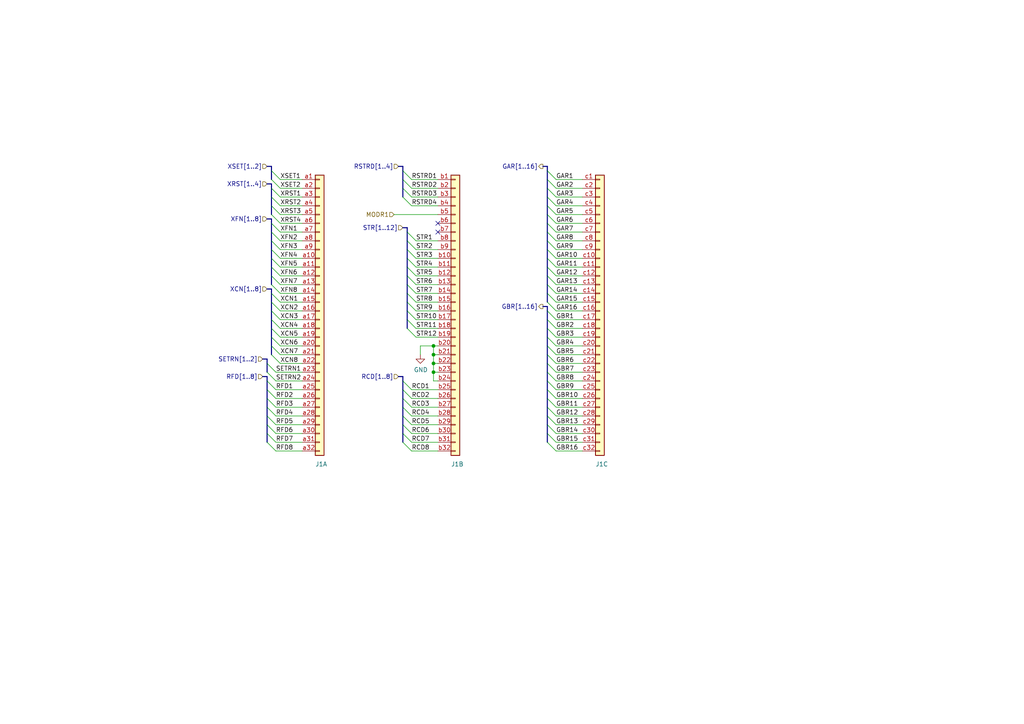
<source format=kicad_sch>
(kicad_sch (version 20211123) (generator eeschema)
  (paper "A4")
  (lib_symbols
    (symbol "lachesis:DIN41612_03x32_C" (pin_names (offset 1.016) hide)
      (property "Reference" "J" (at 0 30.48 0))
      (property "Value" "DIN41612_03x32_C" (at 0 -53.34 0))
      (symbol "DIN41612_03x32_C_0_1"
        (rectangle (start -1.27 29.21) (end 1.27 -52.07) (stroke (width 0.254)) (fill (type background)))
      )
      (symbol "DIN41612_03x32_C_1_1"
        (rectangle (start -1.27 -50.673) (end 0 -50.927) (stroke (width 0.1524)))
        (rectangle (start -1.27 -48.133) (end 0 -48.387) (stroke (width 0.1524)))
        (rectangle (start -1.27 -45.593) (end 0 -45.847) (stroke (width 0.1524)))
        (rectangle (start -1.27 -43.053) (end 0 -43.307) (stroke (width 0.1524)))
        (rectangle (start -1.27 -40.513) (end 0 -40.767) (stroke (width 0.1524)))
        (rectangle (start -1.27 -37.973) (end 0 -38.227) (stroke (width 0.1524)))
        (rectangle (start -1.27 -35.433) (end 0 -35.687) (stroke (width 0.1524)))
        (rectangle (start -1.27 -32.893) (end 0 -33.147) (stroke (width 0.1524)))
        (rectangle (start -1.27 -30.353) (end 0 -30.607) (stroke (width 0.1524)))
        (rectangle (start -1.27 -27.813) (end 0 -28.067) (stroke (width 0.1524)))
        (rectangle (start -1.27 -25.273) (end 0 -25.527) (stroke (width 0.1524)))
        (rectangle (start -1.27 -22.733) (end 0 -22.987) (stroke (width 0.1524)))
        (rectangle (start -1.27 -20.193) (end 0 -20.447) (stroke (width 0.1524)))
        (rectangle (start -1.27 -17.653) (end 0 -17.907) (stroke (width 0.1524)))
        (rectangle (start -1.27 -15.113) (end 0 -15.367) (stroke (width 0.1524)))
        (rectangle (start -1.27 -12.573) (end 0 -12.827) (stroke (width 0.1524)))
        (rectangle (start -1.27 -10.033) (end 0 -10.287) (stroke (width 0.1524)))
        (rectangle (start -1.27 -7.493) (end 0 -7.747) (stroke (width 0.1524)))
        (rectangle (start -1.27 -4.953) (end 0 -5.207) (stroke (width 0.1524)))
        (rectangle (start -1.27 -2.413) (end 0 -2.667) (stroke (width 0.1524)))
        (rectangle (start -1.27 0.127) (end 0 -0.127) (stroke (width 0.1524)))
        (rectangle (start -1.27 2.667) (end 0 2.413) (stroke (width 0.1524)))
        (rectangle (start -1.27 5.207) (end 0 4.953) (stroke (width 0.1524)))
        (rectangle (start -1.27 7.747) (end 0 7.493) (stroke (width 0.1524)))
        (rectangle (start -1.27 10.287) (end 0 10.033) (stroke (width 0.1524)))
        (rectangle (start -1.27 12.827) (end 0 12.573) (stroke (width 0.1524)))
        (rectangle (start -1.27 15.367) (end 0 15.113) (stroke (width 0.1524)))
        (rectangle (start -1.27 17.907) (end 0 17.653) (stroke (width 0.1524)))
        (rectangle (start -1.27 20.447) (end 0 20.193) (stroke (width 0.1524)))
        (rectangle (start -1.27 22.987) (end 0 22.733) (stroke (width 0.1524)))
        (rectangle (start -1.27 25.527) (end 0 25.273) (stroke (width 0.1524)))
        (rectangle (start -1.27 28.067) (end 0 27.813) (stroke (width 0.1524)))
        (pin passive line (at -5.08 27.94 0) (length 3.81) (name "~") (number "a1"))
        (pin passive line (at -5.08 5.08 0) (length 3.81) (name "~") (number "a10"))
        (pin passive line (at -5.08 2.54 0) (length 3.81) (name "~") (number "a11"))
        (pin passive line (at -5.08 0 0) (length 3.81) (name "~") (number "a12"))
        (pin passive line (at -5.08 -2.54 0) (length 3.81) (name "~") (number "a13"))
        (pin passive line (at -5.08 -5.08 0) (length 3.81) (name "~") (number "a14"))
        (pin passive line (at -5.08 -7.62 0) (length 3.81) (name "~") (number "a15"))
        (pin passive line (at -5.08 -10.16 0) (length 3.81) (name "~") (number "a16"))
        (pin passive line (at -5.08 -12.7 0) (length 3.81) (name "~") (number "a17"))
        (pin passive line (at -5.08 -15.24 0) (length 3.81) (name "~") (number "a18"))
        (pin passive line (at -5.08 -17.78 0) (length 3.81) (name "~") (number "a19"))
        (pin passive line (at -5.08 25.4 0) (length 3.81) (name "~") (number "a2"))
        (pin passive line (at -5.08 -20.32 0) (length 3.81) (name "~") (number "a20"))
        (pin passive line (at -5.08 -22.86 0) (length 3.81) (name "~") (number "a21"))
        (pin passive line (at -5.08 -25.4 0) (length 3.81) (name "~") (number "a22"))
        (pin passive line (at -5.08 -27.94 0) (length 3.81) (name "~") (number "a23"))
        (pin passive line (at -5.08 -30.48 0) (length 3.81) (name "~") (number "a24"))
        (pin passive line (at -5.08 -33.02 0) (length 3.81) (name "~") (number "a25"))
        (pin passive line (at -5.08 -35.56 0) (length 3.81) (name "~") (number "a26"))
        (pin passive line (at -5.08 -38.1 0) (length 3.81) (name "~") (number "a27"))
        (pin passive line (at -5.08 -40.64 0) (length 3.81) (name "~") (number "a28"))
        (pin passive line (at -5.08 -43.18 0) (length 3.81) (name "~") (number "a29"))
        (pin passive line (at -5.08 22.86 0) (length 3.81) (name "~") (number "a3"))
        (pin passive line (at -5.08 -45.72 0) (length 3.81) (name "~") (number "a30"))
        (pin passive line (at -5.08 -48.26 0) (length 3.81) (name "~") (number "a31"))
        (pin passive line (at -5.08 -50.8 0) (length 3.81) (name "~") (number "a32"))
        (pin passive line (at -5.08 20.32 0) (length 3.81) (name "~") (number "a4"))
        (pin passive line (at -5.08 17.78 0) (length 3.81) (name "~") (number "a5"))
        (pin passive line (at -5.08 15.24 0) (length 3.81) (name "~") (number "a6"))
        (pin passive line (at -5.08 12.7 0) (length 3.81) (name "~") (number "a7"))
        (pin passive line (at -5.08 10.16 0) (length 3.81) (name "~") (number "a8"))
        (pin passive line (at -5.08 7.62 0) (length 3.81) (name "~") (number "a9"))
      )
      (symbol "DIN41612_03x32_C_2_1"
        (rectangle (start -1.27 -50.673) (end 0 -50.927) (stroke (width 0.1524)))
        (rectangle (start -1.27 -48.133) (end 0 -48.387) (stroke (width 0.1524)))
        (rectangle (start -1.27 -45.593) (end 0 -45.847) (stroke (width 0.1524)))
        (rectangle (start -1.27 -43.053) (end 0 -43.307) (stroke (width 0.1524)))
        (rectangle (start -1.27 -40.513) (end 0 -40.767) (stroke (width 0.1524)))
        (rectangle (start -1.27 -37.973) (end 0 -38.227) (stroke (width 0.1524)))
        (rectangle (start -1.27 -35.433) (end 0 -35.687) (stroke (width 0.1524)))
        (rectangle (start -1.27 -32.893) (end 0 -33.147) (stroke (width 0.1524)))
        (rectangle (start -1.27 -30.353) (end 0 -30.607) (stroke (width 0.1524)))
        (rectangle (start -1.27 -27.813) (end 0 -28.067) (stroke (width 0.1524)))
        (rectangle (start -1.27 -25.273) (end 0 -25.527) (stroke (width 0.1524)))
        (rectangle (start -1.27 -22.733) (end 0 -22.987) (stroke (width 0.1524)))
        (rectangle (start -1.27 -20.193) (end 0 -20.447) (stroke (width 0.1524)))
        (rectangle (start -1.27 -17.653) (end 0 -17.907) (stroke (width 0.1524)))
        (rectangle (start -1.27 -15.113) (end 0 -15.367) (stroke (width 0.1524)))
        (rectangle (start -1.27 -12.573) (end 0 -12.827) (stroke (width 0.1524)))
        (rectangle (start -1.27 -10.033) (end 0 -10.287) (stroke (width 0.1524)))
        (rectangle (start -1.27 -7.493) (end 0 -7.747) (stroke (width 0.1524)))
        (rectangle (start -1.27 -4.953) (end 0 -5.207) (stroke (width 0.1524)))
        (rectangle (start -1.27 -2.413) (end 0 -2.667) (stroke (width 0.1524)))
        (rectangle (start -1.27 0.127) (end 0 -0.127) (stroke (width 0.1524)))
        (rectangle (start -1.27 2.667) (end 0 2.413) (stroke (width 0.1524)))
        (rectangle (start -1.27 5.207) (end 0 4.953) (stroke (width 0.1524)))
        (rectangle (start -1.27 7.747) (end 0 7.493) (stroke (width 0.1524)))
        (rectangle (start -1.27 10.287) (end 0 10.033) (stroke (width 0.1524)))
        (rectangle (start -1.27 12.827) (end 0 12.573) (stroke (width 0.1524)))
        (rectangle (start -1.27 15.367) (end 0 15.113) (stroke (width 0.1524)))
        (rectangle (start -1.27 17.907) (end 0 17.653) (stroke (width 0.1524)))
        (rectangle (start -1.27 20.447) (end 0 20.193) (stroke (width 0.1524)))
        (rectangle (start -1.27 22.987) (end 0 22.733) (stroke (width 0.1524)))
        (rectangle (start -1.27 25.527) (end 0 25.273) (stroke (width 0.1524)))
        (rectangle (start -1.27 28.067) (end 0 27.813) (stroke (width 0.1524)))
        (pin passive line (at -5.08 27.94 0) (length 3.81) (name "~") (number "b1"))
        (pin passive line (at -5.08 5.08 0) (length 3.81) (name "~") (number "b10"))
        (pin passive line (at -5.08 2.54 0) (length 3.81) (name "~") (number "b11"))
        (pin passive line (at -5.08 0 0) (length 3.81) (name "~") (number "b12"))
        (pin passive line (at -5.08 -2.54 0) (length 3.81) (name "~") (number "b13"))
        (pin passive line (at -5.08 -5.08 0) (length 3.81) (name "~") (number "b14"))
        (pin passive line (at -5.08 -7.62 0) (length 3.81) (name "~") (number "b15"))
        (pin passive line (at -5.08 -10.16 0) (length 3.81) (name "~") (number "b16"))
        (pin passive line (at -5.08 -12.7 0) (length 3.81) (name "~") (number "b17"))
        (pin passive line (at -5.08 -15.24 0) (length 3.81) (name "~") (number "b18"))
        (pin passive line (at -5.08 -17.78 0) (length 3.81) (name "~") (number "b19"))
        (pin passive line (at -5.08 25.4 0) (length 3.81) (name "~") (number "b2"))
        (pin passive line (at -5.08 -20.32 0) (length 3.81) (name "~") (number "b20"))
        (pin passive line (at -5.08 -22.86 0) (length 3.81) (name "~") (number "b21"))
        (pin passive line (at -5.08 -25.4 0) (length 3.81) (name "~") (number "b22"))
        (pin passive line (at -5.08 -27.94 0) (length 3.81) (name "~") (number "b23"))
        (pin passive line (at -5.08 -30.48 0) (length 3.81) (name "~") (number "b24"))
        (pin passive line (at -5.08 -33.02 0) (length 3.81) (name "~") (number "b25"))
        (pin passive line (at -5.08 -35.56 0) (length 3.81) (name "~") (number "b26"))
        (pin passive line (at -5.08 -38.1 0) (length 3.81) (name "~") (number "b27"))
        (pin passive line (at -5.08 -40.64 0) (length 3.81) (name "~") (number "b28"))
        (pin passive line (at -5.08 -43.18 0) (length 3.81) (name "~") (number "b29"))
        (pin passive line (at -5.08 22.86 0) (length 3.81) (name "~") (number "b3"))
        (pin passive line (at -5.08 -45.72 0) (length 3.81) (name "~") (number "b30"))
        (pin passive line (at -5.08 -48.26 0) (length 3.81) (name "~") (number "b31"))
        (pin passive line (at -5.08 -50.8 0) (length 3.81) (name "~") (number "b32"))
        (pin passive line (at -5.08 20.32 0) (length 3.81) (name "~") (number "b4"))
        (pin passive line (at -5.08 17.78 0) (length 3.81) (name "~") (number "b5"))
        (pin passive line (at -5.08 15.24 0) (length 3.81) (name "~") (number "b6"))
        (pin passive line (at -5.08 12.7 0) (length 3.81) (name "~") (number "b7"))
        (pin passive line (at -5.08 10.16 0) (length 3.81) (name "~") (number "b8"))
        (pin passive line (at -5.08 7.62 0) (length 3.81) (name "~") (number "b9"))
      )
      (symbol "DIN41612_03x32_C_3_1"
        (rectangle (start -1.27 -50.673) (end 0 -50.927) (stroke (width 0.1524)))
        (rectangle (start -1.27 -48.133) (end 0 -48.387) (stroke (width 0.1524)))
        (rectangle (start -1.27 -45.593) (end 0 -45.847) (stroke (width 0.1524)))
        (rectangle (start -1.27 -43.053) (end 0 -43.307) (stroke (width 0.1524)))
        (rectangle (start -1.27 -40.513) (end 0 -40.767) (stroke (width 0.1524)))
        (rectangle (start -1.27 -37.973) (end 0 -38.227) (stroke (width 0.1524)))
        (rectangle (start -1.27 -35.433) (end 0 -35.687) (stroke (width 0.1524)))
        (rectangle (start -1.27 -32.893) (end 0 -33.147) (stroke (width 0.1524)))
        (rectangle (start -1.27 -30.353) (end 0 -30.607) (stroke (width 0.1524)))
        (rectangle (start -1.27 -27.813) (end 0 -28.067) (stroke (width 0.1524)))
        (rectangle (start -1.27 -25.273) (end 0 -25.527) (stroke (width 0.1524)))
        (rectangle (start -1.27 -22.733) (end 0 -22.987) (stroke (width 0.1524)))
        (rectangle (start -1.27 -20.193) (end 0 -20.447) (stroke (width 0.1524)))
        (rectangle (start -1.27 -17.653) (end 0 -17.907) (stroke (width 0.1524)))
        (rectangle (start -1.27 -15.113) (end 0 -15.367) (stroke (width 0.1524)))
        (rectangle (start -1.27 -12.573) (end 0 -12.827) (stroke (width 0.1524)))
        (rectangle (start -1.27 -10.033) (end 0 -10.287) (stroke (width 0.1524)))
        (rectangle (start -1.27 -7.493) (end 0 -7.747) (stroke (width 0.1524)))
        (rectangle (start -1.27 -4.953) (end 0 -5.207) (stroke (width 0.1524)))
        (rectangle (start -1.27 -2.413) (end 0 -2.667) (stroke (width 0.1524)))
        (rectangle (start -1.27 0.127) (end 0 -0.127) (stroke (width 0.1524)))
        (rectangle (start -1.27 2.667) (end 0 2.413) (stroke (width 0.1524)))
        (rectangle (start -1.27 5.207) (end 0 4.953) (stroke (width 0.1524)))
        (rectangle (start -1.27 7.747) (end 0 7.493) (stroke (width 0.1524)))
        (rectangle (start -1.27 10.287) (end 0 10.033) (stroke (width 0.1524)))
        (rectangle (start -1.27 12.827) (end 0 12.573) (stroke (width 0.1524)))
        (rectangle (start -1.27 15.367) (end 0 15.113) (stroke (width 0.1524)))
        (rectangle (start -1.27 17.907) (end 0 17.653) (stroke (width 0.1524)))
        (rectangle (start -1.27 20.447) (end 0 20.193) (stroke (width 0.1524)))
        (rectangle (start -1.27 22.987) (end 0 22.733) (stroke (width 0.1524)))
        (rectangle (start -1.27 25.527) (end 0 25.273) (stroke (width 0.1524)))
        (rectangle (start -1.27 28.067) (end 0 27.813) (stroke (width 0.1524)))
        (pin passive line (at -5.08 27.94 0) (length 3.81) (name "~") (number "c1"))
        (pin passive line (at -5.08 5.08 0) (length 3.81) (name "~") (number "c10"))
        (pin passive line (at -5.08 2.54 0) (length 3.81) (name "~") (number "c11"))
        (pin passive line (at -5.08 0 0) (length 3.81) (name "~") (number "c12"))
        (pin passive line (at -5.08 -2.54 0) (length 3.81) (name "~") (number "c13"))
        (pin passive line (at -5.08 -5.08 0) (length 3.81) (name "~") (number "c14"))
        (pin passive line (at -5.08 -7.62 0) (length 3.81) (name "~") (number "c15"))
        (pin passive line (at -5.08 -10.16 0) (length 3.81) (name "~") (number "c16"))
        (pin passive line (at -5.08 -12.7 0) (length 3.81) (name "~") (number "c17"))
        (pin passive line (at -5.08 -15.24 0) (length 3.81) (name "~") (number "c18"))
        (pin passive line (at -5.08 -17.78 0) (length 3.81) (name "~") (number "c19"))
        (pin passive line (at -5.08 25.4 0) (length 3.81) (name "~") (number "c2"))
        (pin passive line (at -5.08 -20.32 0) (length 3.81) (name "~") (number "c20"))
        (pin passive line (at -5.08 -22.86 0) (length 3.81) (name "~") (number "c21"))
        (pin passive line (at -5.08 -25.4 0) (length 3.81) (name "~") (number "c22"))
        (pin passive line (at -5.08 -27.94 0) (length 3.81) (name "~") (number "c23"))
        (pin passive line (at -5.08 -30.48 0) (length 3.81) (name "~") (number "c24"))
        (pin passive line (at -5.08 -33.02 0) (length 3.81) (name "~") (number "c25"))
        (pin passive line (at -5.08 -35.56 0) (length 3.81) (name "~") (number "c26"))
        (pin passive line (at -5.08 -38.1 0) (length 3.81) (name "~") (number "c27"))
        (pin passive line (at -5.08 -40.64 0) (length 3.81) (name "~") (number "c28"))
        (pin passive line (at -5.08 -43.18 0) (length 3.81) (name "~") (number "c29"))
        (pin passive line (at -5.08 22.86 0) (length 3.81) (name "~") (number "c3"))
        (pin passive line (at -5.08 -45.72 0) (length 3.81) (name "~") (number "c30"))
        (pin passive line (at -5.08 -48.26 0) (length 3.81) (name "~") (number "c31"))
        (pin passive line (at -5.08 -50.8 0) (length 3.81) (name "~") (number "c32"))
        (pin passive line (at -5.08 20.32 0) (length 3.81) (name "~") (number "c4"))
        (pin passive line (at -5.08 17.78 0) (length 3.81) (name "~") (number "c5"))
        (pin passive line (at -5.08 15.24 0) (length 3.81) (name "~") (number "c6"))
        (pin passive line (at -5.08 12.7 0) (length 3.81) (name "~") (number "c7"))
        (pin passive line (at -5.08 10.16 0) (length 3.81) (name "~") (number "c8"))
        (pin passive line (at -5.08 7.62 0) (length 3.81) (name "~") (number "c9"))
      )
    )
    (symbol "power:GND" (power) (pin_names (offset 0))
      (property "Value" "GND" (at 0 -3.81 0))
      (symbol "GND_0_1"
        (polyline (pts (xy 0 0) (xy 0 -1.27) (xy 1.27 -1.27) (xy 0 -2.54) (xy -1.27 -1.27) (xy 0 -1.27)))
      )
      (symbol "GND_1_1"
        (pin power_in line (at 0 0 270) (length 0) hide (name "GND") (number "1"))
      )
    )
  )
  (junction (at 125.73 107.95))
  (junction (at 125.73 102.87))
  (junction (at 125.73 105.41))
  (junction (at 125.73 100.33))
  (no_connect (at 127 64.77))
  (no_connect (at 127 67.31))
  (bus_entry (at 116.84 125.73) (size 2.54 2.54))
  (bus_entry (at 78.74 77.47) (size 2.54 2.54))
  (bus_entry (at 116.84 123.19) (size 2.54 2.54))
  (bus_entry (at 118.11 69.85) (size 2.54 2.54))
  (bus_entry (at 116.84 110.49) (size 2.54 2.54))
  (bus_entry (at 78.74 54.61) (size 2.54 2.54))
  (bus_entry (at 116.84 54.61) (size 2.54 2.54))
  (bus_entry (at 78.74 72.39) (size 2.54 2.54))
  (bus_entry (at 78.74 82.55) (size 2.54 2.54))
  (bus_entry (at 78.74 85.09) (size 2.54 2.54))
  (bus_entry (at 118.11 85.09) (size 2.54 2.54))
  (bus_entry (at 158.75 125.73) (size 2.54 2.54))
  (bus_entry (at 77.47 115.57) (size 2.54 2.54))
  (bus_entry (at 118.11 67.31) (size 2.54 2.54))
  (bus_entry (at 77.47 113.03) (size 2.54 2.54))
  (bus_entry (at 77.47 120.65) (size 2.54 2.54))
  (bus_entry (at 118.11 72.39) (size 2.54 2.54))
  (bus_entry (at 78.74 92.71) (size 2.54 2.54))
  (bus_entry (at 158.75 113.03) (size 2.54 2.54))
  (bus_entry (at 78.74 100.33) (size 2.54 2.54))
  (bus_entry (at 158.75 69.85) (size 2.54 2.54))
  (bus_entry (at 158.75 52.07) (size 2.54 2.54))
  (bus_entry (at 78.74 69.85) (size 2.54 2.54))
  (bus_entry (at 118.11 80.01) (size 2.54 2.54))
  (bus_entry (at 78.74 64.77) (size 2.54 2.54))
  (bus_entry (at 77.47 105.41) (size 2.54 2.54))
  (bus_entry (at 77.47 118.11) (size 2.54 2.54))
  (bus_entry (at 118.11 74.93) (size 2.54 2.54))
  (bus_entry (at 158.75 72.39) (size 2.54 2.54))
  (bus_entry (at 78.74 97.79) (size 2.54 2.54))
  (bus_entry (at 158.75 80.01) (size 2.54 2.54))
  (bus_entry (at 118.11 95.25) (size 2.54 2.54))
  (bus_entry (at 118.11 87.63) (size 2.54 2.54))
  (bus_entry (at 158.75 77.47) (size 2.54 2.54))
  (bus_entry (at 77.47 123.19) (size 2.54 2.54))
  (bus_entry (at 158.75 54.61) (size 2.54 2.54))
  (bus_entry (at 78.74 95.25) (size 2.54 2.54))
  (bus_entry (at 158.75 64.77) (size 2.54 2.54))
  (bus_entry (at 78.74 74.93) (size 2.54 2.54))
  (bus_entry (at 158.75 92.71) (size 2.54 2.54))
  (bus_entry (at 158.75 87.63) (size 2.54 2.54))
  (bus_entry (at 118.11 90.17) (size 2.54 2.54))
  (bus_entry (at 158.75 107.95) (size 2.54 2.54))
  (bus_entry (at 116.84 49.53) (size 2.54 2.54))
  (bus_entry (at 116.84 115.57) (size 2.54 2.54))
  (bus_entry (at 78.74 90.17) (size 2.54 2.54))
  (bus_entry (at 77.47 107.95) (size 2.54 2.54))
  (bus_entry (at 77.47 125.73) (size 2.54 2.54))
  (bus_entry (at 78.74 102.87) (size 2.54 2.54))
  (bus_entry (at 118.11 92.71) (size 2.54 2.54))
  (bus_entry (at 118.11 77.47) (size 2.54 2.54))
  (bus_entry (at 78.74 87.63) (size 2.54 2.54))
  (bus_entry (at 116.84 57.15) (size 2.54 2.54))
  (bus_entry (at 158.75 105.41) (size 2.54 2.54))
  (bus_entry (at 158.75 118.11) (size 2.54 2.54))
  (bus_entry (at 78.74 67.31) (size 2.54 2.54))
  (bus_entry (at 158.75 49.53) (size 2.54 2.54))
  (bus_entry (at 158.75 97.79) (size 2.54 2.54))
  (bus_entry (at 78.74 62.23) (size 2.54 2.54))
  (bus_entry (at 77.47 110.49) (size 2.54 2.54))
  (bus_entry (at 78.74 57.15) (size 2.54 2.54))
  (bus_entry (at 158.75 62.23) (size 2.54 2.54))
  (bus_entry (at 158.75 59.69) (size 2.54 2.54))
  (bus_entry (at 158.75 85.09) (size 2.54 2.54))
  (bus_entry (at 158.75 123.19) (size 2.54 2.54))
  (bus_entry (at 116.84 128.27) (size 2.54 2.54))
  (bus_entry (at 78.74 59.69) (size 2.54 2.54))
  (bus_entry (at 158.75 100.33) (size 2.54 2.54))
  (bus_entry (at 116.84 120.65) (size 2.54 2.54))
  (bus_entry (at 158.75 128.27) (size 2.54 2.54))
  (bus_entry (at 78.74 49.53) (size 2.54 2.54))
  (bus_entry (at 158.75 90.17) (size 2.54 2.54))
  (bus_entry (at 158.75 120.65) (size 2.54 2.54))
  (bus_entry (at 116.84 113.03) (size 2.54 2.54))
  (bus_entry (at 116.84 118.11) (size 2.54 2.54))
  (bus_entry (at 77.47 128.27) (size 2.54 2.54))
  (bus_entry (at 158.75 74.93) (size 2.54 2.54))
  (bus_entry (at 158.75 67.31) (size 2.54 2.54))
  (bus_entry (at 158.75 57.15) (size 2.54 2.54))
  (bus_entry (at 78.74 80.01) (size 2.54 2.54))
  (bus_entry (at 158.75 102.87) (size 2.54 2.54))
  (bus_entry (at 116.84 52.07) (size 2.54 2.54))
  (bus_entry (at 158.75 95.25) (size 2.54 2.54))
  (bus_entry (at 158.75 110.49) (size 2.54 2.54))
  (bus_entry (at 78.74 52.07) (size 2.54 2.54))
  (bus_entry (at 158.75 82.55) (size 2.54 2.54))
  (bus_entry (at 158.75 115.57) (size 2.54 2.54))
  (bus_entry (at 118.11 82.55) (size 2.54 2.54))
  (wire (pts (xy 168.91 123.19) (xy 161.29 123.19)))
  (wire (pts (xy 168.91 102.87) (xy 161.29 102.87)))
  (bus (pts (xy 118.11 74.93) (xy 118.11 77.47)))
  (wire (pts (xy 127 87.63) (xy 120.65 87.63)))
  (wire (pts (xy 168.91 72.39) (xy 161.29 72.39)))
  (wire (pts (xy 168.91 82.55) (xy 161.29 82.55)))
  (wire (pts (xy 87.63 128.27) (xy 80.01 128.27)))
  (bus (pts (xy 158.75 74.93) (xy 158.75 77.47)))
  (wire (pts (xy 127 97.79) (xy 120.65 97.79)))
  (bus (pts (xy 158.75 82.55) (xy 158.75 85.09)))
  (wire (pts (xy 168.91 120.65) (xy 161.29 120.65)))
  (bus (pts (xy 158.75 69.85) (xy 158.75 72.39)))
  (wire (pts (xy 87.63 118.11) (xy 80.01 118.11)))
  (wire (pts (xy 127 52.07) (xy 119.38 52.07)))
  (wire (pts (xy 87.63 110.49) (xy 80.01 110.49)))
  (wire (pts (xy 168.91 105.41) (xy 161.29 105.41)))
  (wire (pts (xy 127 85.09) (xy 120.65 85.09)))
  (bus (pts (xy 78.74 48.26) (xy 77.47 48.26)))
  (wire (pts (xy 127 90.17) (xy 120.65 90.17)))
  (wire (pts (xy 168.91 62.23) (xy 161.29 62.23)))
  (wire (pts (xy 87.63 74.93) (xy 81.28 74.93)))
  (wire (pts (xy 127 105.41) (xy 125.73 105.41)))
  (bus (pts (xy 158.75 115.57) (xy 158.75 118.11)))
  (wire (pts (xy 127 95.25) (xy 120.65 95.25)))
  (wire (pts (xy 87.63 64.77) (xy 81.28 64.77)))
  (bus (pts (xy 158.75 59.69) (xy 158.75 62.23)))
  (wire (pts (xy 87.63 69.85) (xy 81.28 69.85)))
  (wire (pts (xy 127 118.11) (xy 119.38 118.11)))
  (bus (pts (xy 116.84 123.19) (xy 116.84 125.73)))
  (bus (pts (xy 158.75 95.25) (xy 158.75 97.79)))
  (wire (pts (xy 87.63 90.17) (xy 81.28 90.17)))
  (bus (pts (xy 77.47 125.73) (xy 77.47 128.27)))
  (wire (pts (xy 125.73 100.33) (xy 125.73 102.87)))
  (wire (pts (xy 127 57.15) (xy 119.38 57.15)))
  (bus (pts (xy 78.74 77.47) (xy 78.74 80.01)))
  (bus (pts (xy 116.84 109.22) (xy 116.84 110.49)))
  (wire (pts (xy 125.73 110.49) (xy 127 110.49)))
  (bus (pts (xy 77.47 123.19) (xy 77.47 125.73)))
  (bus (pts (xy 158.75 48.26) (xy 158.75 49.53)))
  (wire (pts (xy 168.91 115.57) (xy 161.29 115.57)))
  (bus (pts (xy 78.74 80.01) (xy 78.74 82.55)))
  (wire (pts (xy 127 82.55) (xy 120.65 82.55)))
  (bus (pts (xy 118.11 85.09) (xy 118.11 87.63)))
  (wire (pts (xy 168.91 54.61) (xy 161.29 54.61)))
  (wire (pts (xy 87.63 130.81) (xy 80.01 130.81)))
  (wire (pts (xy 87.63 115.57) (xy 80.01 115.57)))
  (bus (pts (xy 78.74 63.5) (xy 77.47 63.5)))
  (bus (pts (xy 158.75 107.95) (xy 158.75 110.49)))
  (bus (pts (xy 158.75 88.9) (xy 157.48 88.9)))
  (wire (pts (xy 125.73 105.41) (xy 125.73 107.95)))
  (wire (pts (xy 114.3 62.23) (xy 127 62.23)))
  (wire (pts (xy 127 107.95) (xy 125.73 107.95)))
  (bus (pts (xy 78.74 63.5) (xy 78.74 64.77)))
  (wire (pts (xy 168.91 64.77) (xy 161.29 64.77)))
  (bus (pts (xy 77.47 109.22) (xy 76.2 109.22)))
  (bus (pts (xy 78.74 74.93) (xy 78.74 77.47)))
  (bus (pts (xy 116.84 125.73) (xy 116.84 128.27)))
  (wire (pts (xy 127 100.33) (xy 125.73 100.33)))
  (wire (pts (xy 168.91 130.81) (xy 161.29 130.81)))
  (bus (pts (xy 158.75 64.77) (xy 158.75 67.31)))
  (wire (pts (xy 87.63 92.71) (xy 81.28 92.71)))
  (wire (pts (xy 168.91 52.07) (xy 161.29 52.07)))
  (bus (pts (xy 157.48 48.26) (xy 158.75 48.26)))
  (bus (pts (xy 158.75 123.19) (xy 158.75 125.73)))
  (bus (pts (xy 116.84 54.61) (xy 116.84 57.15)))
  (bus (pts (xy 158.75 102.87) (xy 158.75 105.41)))
  (wire (pts (xy 127 72.39) (xy 120.65 72.39)))
  (wire (pts (xy 125.73 100.33) (xy 121.92 100.33)))
  (wire (pts (xy 127 80.01) (xy 120.65 80.01)))
  (bus (pts (xy 77.47 104.14) (xy 77.47 105.41)))
  (wire (pts (xy 168.91 118.11) (xy 161.29 118.11)))
  (wire (pts (xy 127 54.61) (xy 119.38 54.61)))
  (bus (pts (xy 78.74 83.82) (xy 78.74 85.09)))
  (bus (pts (xy 158.75 52.07) (xy 158.75 54.61)))
  (wire (pts (xy 168.91 95.25) (xy 161.29 95.25)))
  (wire (pts (xy 87.63 105.41) (xy 81.28 105.41)))
  (wire (pts (xy 87.63 100.33) (xy 81.28 100.33)))
  (wire (pts (xy 127 77.47) (xy 120.65 77.47)))
  (bus (pts (xy 118.11 66.04) (xy 116.84 66.04)))
  (bus (pts (xy 158.75 92.71) (xy 158.75 95.25)))
  (bus (pts (xy 158.75 85.09) (xy 158.75 87.63)))
  (bus (pts (xy 115.57 109.22) (xy 116.84 109.22)))
  (wire (pts (xy 168.91 80.01) (xy 161.29 80.01)))
  (wire (pts (xy 168.91 92.71) (xy 161.29 92.71)))
  (wire (pts (xy 127 102.87) (xy 125.73 102.87)))
  (bus (pts (xy 158.75 54.61) (xy 158.75 57.15)))
  (bus (pts (xy 77.47 83.82) (xy 78.74 83.82)))
  (bus (pts (xy 158.75 77.47) (xy 158.75 80.01)))
  (wire (pts (xy 87.63 57.15) (xy 81.28 57.15)))
  (wire (pts (xy 87.63 95.25) (xy 81.28 95.25)))
  (bus (pts (xy 77.47 105.41) (xy 77.47 107.95)))
  (bus (pts (xy 158.75 120.65) (xy 158.75 123.19)))
  (wire (pts (xy 168.91 74.93) (xy 161.29 74.93)))
  (wire (pts (xy 87.63 102.87) (xy 81.28 102.87)))
  (bus (pts (xy 77.47 118.11) (xy 77.47 120.65)))
  (wire (pts (xy 168.91 97.79) (xy 161.29 97.79)))
  (wire (pts (xy 87.63 67.31) (xy 81.28 67.31)))
  (wire (pts (xy 87.63 97.79) (xy 81.28 97.79)))
  (bus (pts (xy 116.84 48.26) (xy 116.84 49.53)))
  (wire (pts (xy 87.63 82.55) (xy 81.28 82.55)))
  (wire (pts (xy 87.63 85.09) (xy 81.28 85.09)))
  (wire (pts (xy 127 115.57) (xy 119.38 115.57)))
  (bus (pts (xy 116.84 120.65) (xy 116.84 123.19)))
  (wire (pts (xy 168.91 87.63) (xy 161.29 87.63)))
  (bus (pts (xy 118.11 82.55) (xy 118.11 85.09)))
  (wire (pts (xy 125.73 102.87) (xy 125.73 105.41)))
  (bus (pts (xy 78.74 90.17) (xy 78.74 92.71)))
  (bus (pts (xy 118.11 90.17) (xy 118.11 92.71)))
  (bus (pts (xy 78.74 49.53) (xy 78.74 52.07)))
  (bus (pts (xy 158.75 113.03) (xy 158.75 115.57)))
  (wire (pts (xy 127 74.93) (xy 120.65 74.93)))
  (bus (pts (xy 158.75 72.39) (xy 158.75 74.93)))
  (bus (pts (xy 118.11 80.01) (xy 118.11 82.55)))
  (bus (pts (xy 77.47 104.14) (xy 76.2 104.14)))
  (wire (pts (xy 121.92 100.33) (xy 121.92 102.87)))
  (bus (pts (xy 158.75 97.79) (xy 158.75 100.33)))
  (bus (pts (xy 78.74 69.85) (xy 78.74 72.39)))
  (bus (pts (xy 78.74 100.33) (xy 78.74 102.87)))
  (bus (pts (xy 77.47 109.22) (xy 77.47 110.49)))
  (bus (pts (xy 158.75 125.73) (xy 158.75 128.27)))
  (bus (pts (xy 77.47 113.03) (xy 77.47 115.57)))
  (wire (pts (xy 127 120.65) (xy 119.38 120.65)))
  (wire (pts (xy 168.91 77.47) (xy 161.29 77.47)))
  (bus (pts (xy 158.75 80.01) (xy 158.75 82.55)))
  (bus (pts (xy 78.74 97.79) (xy 78.74 100.33)))
  (bus (pts (xy 78.74 53.34) (xy 77.47 53.34)))
  (wire (pts (xy 87.63 52.07) (xy 81.28 52.07)))
  (bus (pts (xy 158.75 100.33) (xy 158.75 102.87)))
  (wire (pts (xy 87.63 59.69) (xy 81.28 59.69)))
  (bus (pts (xy 78.74 57.15) (xy 78.74 59.69)))
  (wire (pts (xy 127 92.71) (xy 120.65 92.71)))
  (bus (pts (xy 158.75 49.53) (xy 158.75 52.07)))
  (bus (pts (xy 78.74 87.63) (xy 78.74 90.17)))
  (bus (pts (xy 78.74 92.71) (xy 78.74 95.25)))
  (bus (pts (xy 118.11 69.85) (xy 118.11 72.39)))
  (wire (pts (xy 87.63 113.03) (xy 80.01 113.03)))
  (bus (pts (xy 78.74 72.39) (xy 78.74 74.93)))
  (wire (pts (xy 168.91 128.27) (xy 161.29 128.27)))
  (wire (pts (xy 168.91 107.95) (xy 161.29 107.95)))
  (bus (pts (xy 118.11 92.71) (xy 118.11 95.25)))
  (wire (pts (xy 87.63 107.95) (xy 80.01 107.95)))
  (wire (pts (xy 87.63 87.63) (xy 81.28 87.63)))
  (bus (pts (xy 116.84 52.07) (xy 116.84 54.61)))
  (wire (pts (xy 168.91 59.69) (xy 161.29 59.69)))
  (bus (pts (xy 116.84 110.49) (xy 116.84 113.03)))
  (wire (pts (xy 87.63 80.01) (xy 81.28 80.01)))
  (bus (pts (xy 78.74 67.31) (xy 78.74 69.85)))
  (wire (pts (xy 87.63 125.73) (xy 80.01 125.73)))
  (bus (pts (xy 77.47 110.49) (xy 77.47 113.03)))
  (bus (pts (xy 158.75 118.11) (xy 158.75 120.65)))
  (wire (pts (xy 87.63 62.23) (xy 81.28 62.23)))
  (bus (pts (xy 77.47 120.65) (xy 77.47 123.19)))
  (bus (pts (xy 158.75 105.41) (xy 158.75 107.95)))
  (bus (pts (xy 116.84 113.03) (xy 116.84 115.57)))
  (bus (pts (xy 78.74 48.26) (xy 78.74 49.53)))
  (wire (pts (xy 127 113.03) (xy 119.38 113.03)))
  (bus (pts (xy 158.75 57.15) (xy 158.75 59.69)))
  (wire (pts (xy 127 123.19) (xy 119.38 123.19)))
  (bus (pts (xy 158.75 62.23) (xy 158.75 64.77)))
  (wire (pts (xy 125.73 107.95) (xy 125.73 110.49)))
  (bus (pts (xy 118.11 67.31) (xy 118.11 69.85)))
  (bus (pts (xy 78.74 54.61) (xy 78.74 57.15)))
  (wire (pts (xy 127 130.81) (xy 119.38 130.81)))
  (bus (pts (xy 78.74 64.77) (xy 78.74 67.31)))
  (bus (pts (xy 116.84 48.26) (xy 115.57 48.26)))
  (wire (pts (xy 127 69.85) (xy 120.65 69.85)))
  (wire (pts (xy 168.91 100.33) (xy 161.29 100.33)))
  (wire (pts (xy 168.91 57.15) (xy 161.29 57.15)))
  (bus (pts (xy 158.75 88.9) (xy 158.75 90.17)))
  (wire (pts (xy 168.91 69.85) (xy 161.29 69.85)))
  (bus (pts (xy 118.11 77.47) (xy 118.11 80.01)))
  (bus (pts (xy 77.47 115.57) (xy 77.47 118.11)))
  (wire (pts (xy 168.91 85.09) (xy 161.29 85.09)))
  (bus (pts (xy 116.84 49.53) (xy 116.84 52.07)))
  (wire (pts (xy 168.91 125.73) (xy 161.29 125.73)))
  (bus (pts (xy 78.74 53.34) (xy 78.74 54.61)))
  (wire (pts (xy 87.63 120.65) (xy 80.01 120.65)))
  (bus (pts (xy 158.75 110.49) (xy 158.75 113.03)))
  (bus (pts (xy 118.11 72.39) (xy 118.11 74.93)))
  (wire (pts (xy 168.91 67.31) (xy 161.29 67.31)))
  (bus (pts (xy 116.84 118.11) (xy 116.84 120.65)))
  (wire (pts (xy 87.63 123.19) (xy 80.01 123.19)))
  (wire (pts (xy 168.91 110.49) (xy 161.29 110.49)))
  (wire (pts (xy 87.63 72.39) (xy 81.28 72.39)))
  (bus (pts (xy 158.75 67.31) (xy 158.75 69.85)))
  (wire (pts (xy 87.63 54.61) (xy 81.28 54.61)))
  (bus (pts (xy 118.11 87.63) (xy 118.11 90.17)))
  (bus (pts (xy 78.74 59.69) (xy 78.74 62.23)))
  (bus (pts (xy 116.84 115.57) (xy 116.84 118.11)))
  (wire (pts (xy 127 125.73) (xy 119.38 125.73)))
  (wire (pts (xy 127 59.69) (xy 119.38 59.69)))
  (bus (pts (xy 78.74 95.25) (xy 78.74 97.79)))
  (bus (pts (xy 158.75 90.17) (xy 158.75 92.71)))
  (wire (pts (xy 168.91 113.03) (xy 161.29 113.03)))
  (wire (pts (xy 127 128.27) (xy 119.38 128.27)))
  (bus (pts (xy 78.74 85.09) (xy 78.74 87.63)))
  (bus (pts (xy 118.11 66.04) (xy 118.11 67.31)))
  (wire (pts (xy 87.63 77.47) (xy 81.28 77.47)))
  (wire (pts (xy 168.91 90.17) (xy 161.29 90.17)))
  (label "XCN7" (at 81.28 102.87 0))
  (label "XRST1" (at 81.28 57.15 0))
  (label "GBR8" (at 161.29 110.49 0))
  (label "GBR6" (at 161.29 105.41 0))
  (label "RCD3" (at 119.38 118.11 0))
  (label "GBR12" (at 161.29 120.65 0))
  (label "GBR7" (at 161.29 107.95 0))
  (label "XFN8" (at 81.28 85.09 0))
  (label "RSTRD4" (at 119.38 59.69 0))
  (label "RFD1" (at 80.01 113.03 0))
  (label "GAR12" (at 161.29 80.01 0))
  (label "XSET1" (at 81.28 52.07 0))
  (label "RCD4" (at 119.38 120.65 0))
  (label "GBR9" (at 161.29 113.03 0))
  (label "XCN3" (at 81.28 92.71 0))
  (label "STR12" (at 120.65 97.79 0))
  (label "GAR13" (at 161.29 82.55 0))
  (label "RFD6" (at 80.01 125.73 0))
  (label "STR1" (at 120.65 69.85 0))
  (label "XRST3" (at 81.28 62.23 0))
  (label "GBR10" (at 161.29 115.57 0))
  (label "XFN2" (at 81.28 69.85 0))
  (label "GAR9" (at 161.29 72.39 0))
  (label "GAR2" (at 161.29 54.61 0))
  (label "GBR1" (at 161.29 92.71 0))
  (label "GBR13" (at 161.29 123.19 0))
  (label "RFD3" (at 80.01 118.11 0))
  (label "SETRN2" (at 80.01 110.49 0))
  (label "GBR15" (at 161.29 128.27 0))
  (label "RCD7" (at 119.38 128.27 0))
  (label "GBR5" (at 161.29 102.87 0))
  (label "GAR4" (at 161.29 59.69 0))
  (label "GAR1" (at 161.29 52.07 0))
  (label "RCD5" (at 119.38 123.19 0))
  (label "RFD4" (at 80.01 120.65 0))
  (label "RCD1" (at 119.38 113.03 0))
  (label "GAR3" (at 161.29 57.15 0))
  (label "STR4" (at 120.65 77.47 0))
  (label "STR6" (at 120.65 82.55 0))
  (label "XCN2" (at 81.28 90.17 0))
  (label "GAR7" (at 161.29 67.31 0))
  (label "XSET2" (at 81.28 54.61 0))
  (label "XFN3" (at 81.28 72.39 0))
  (label "XFN1" (at 81.28 67.31 0))
  (label "XFN6" (at 81.28 80.01 0))
  (label "RFD7" (at 80.01 128.27 0))
  (label "STR7" (at 120.65 85.09 0))
  (label "STR5" (at 120.65 80.01 0))
  (label "RSTRD1" (at 119.38 52.07 0))
  (label "XCN8" (at 81.28 105.41 0))
  (label "XCN6" (at 81.28 100.33 0))
  (label "RFD5" (at 80.01 123.19 0))
  (label "GAR8" (at 161.29 69.85 0))
  (label "GAR10" (at 161.29 74.93 0))
  (label "GAR5" (at 161.29 62.23 0))
  (label "STR9" (at 120.65 90.17 0))
  (label "GBR3" (at 161.29 97.79 0))
  (label "XRST4" (at 81.28 64.77 0))
  (label "GAR16" (at 161.29 90.17 0))
  (label "RCD6" (at 119.38 125.73 0))
  (label "GAR14" (at 161.29 85.09 0))
  (label "XCN1" (at 81.28 87.63 0))
  (label "GBR16" (at 161.29 130.81 0))
  (label "GBR4" (at 161.29 100.33 0))
  (label "GBR14" (at 161.29 125.73 0))
  (label "XFN7" (at 81.28 82.55 0))
  (label "XFN4" (at 81.28 74.93 0))
  (label "XRST2" (at 81.28 59.69 0))
  (label "STR8" (at 120.65 87.63 0))
  (label "XCN5" (at 81.28 97.79 0))
  (label "GBR11" (at 161.29 118.11 0))
  (label "RSTRD3" (at 119.38 57.15 0))
  (label "GAR15" (at 161.29 87.63 0))
  (label "STR11" (at 120.65 95.25 0))
  (label "XCN4" (at 81.28 95.25 0))
  (label "GBR2" (at 161.29 95.25 0))
  (label "STR10" (at 120.65 92.71 0))
  (label "RSTRD2" (at 119.38 54.61 0))
  (label "RFD2" (at 80.01 115.57 0))
  (label "GAR11" (at 161.29 77.47 0))
  (label "SETRN1" (at 80.01 107.95 0))
  (label "GAR6" (at 161.29 64.77 0))
  (label "XFN5" (at 81.28 77.47 0))
  (label "RCD2" (at 119.38 115.57 0))
  (label "STR3" (at 120.65 74.93 0))
  (label "RCD8" (at 119.38 130.81 0))
  (label "STR2" (at 120.65 72.39 0))
  (label "RFD8" (at 80.01 130.81 0))
  (hierarchical_label "SETRN[1..2]" (shape input) (at 76.2 104.14 180))
  (hierarchical_label "RSTRD[1..4]" (shape input) (at 115.57 48.26 180))
  (hierarchical_label "RCD[1..8]" (shape input) (at 115.57 109.22 180))
  (hierarchical_label "RFD[1..8]" (shape input) (at 76.2 109.22 180))
  (hierarchical_label "XSET[1..2]" (shape input) (at 77.47 48.26 180))
  (hierarchical_label "XFN[1..8]" (shape input) (at 77.47 63.5 180))
  (hierarchical_label "XCN[1..8]" (shape input) (at 77.47 83.82 180))
  (hierarchical_label "STR[1..12]" (shape input) (at 116.84 66.04 180))
  (hierarchical_label "XRST[1..4]" (shape input) (at 77.47 53.34 180))
  (hierarchical_label "MODR1" (shape input) (at 114.3 62.23 180))
  (hierarchical_label "GBR[1..16]" (shape output) (at 157.48 88.9 180))
  (hierarchical_label "GAR[1..16]" (shape output) (at 157.48 48.26 180))
  (symbol (lib_id "lachesis:DIN41612_03x32_C") (at 92.71 80.01 0) (unit 1)
    (property "Reference" "J1" (at 91.44 134.62 0) (effects (justify left)))
    (property "Value" "DIN41612_03x32_C" (effects hide))
    (property "Footprint" "Connector_DIN:DIN41612_C_3x32_Male_Horizontal_THT" (effects hide))
  )
  (symbol (lib_id "lachesis:DIN41612_03x32_C") (at 132.08 80.01 0) (unit 2)
    (property "Reference" "J1" (at 130.81 134.62 0) (effects (justify left)))
    (property "Value" "DIN41612_03x32_C" (effects hide))
    (property "Footprint" "Connector_DIN:DIN41612_C_3x32_Male_Horizontal_THT" (effects hide))
  )
  (symbol (lib_id "lachesis:DIN41612_03x32_C") (at 173.99 80.01 0) (unit 3)
    (property "Reference" "J1" (at 172.72 134.62 0) (effects (justify left)))
    (property "Value" "DIN41612_03x32_C" (effects hide))
    (property "Footprint" "Connector_DIN:DIN41612_C_3x32_Male_Horizontal_THT" (effects hide))
  )
  (symbol (lib_id "power:GND") (at 121.92 102.87 0) (unit 1)
    (property "Reference" "#PWR0121" (effects hide))
    (property "Value" "GND" (at 122.047 107.2642 0))
  )
)
</source>
